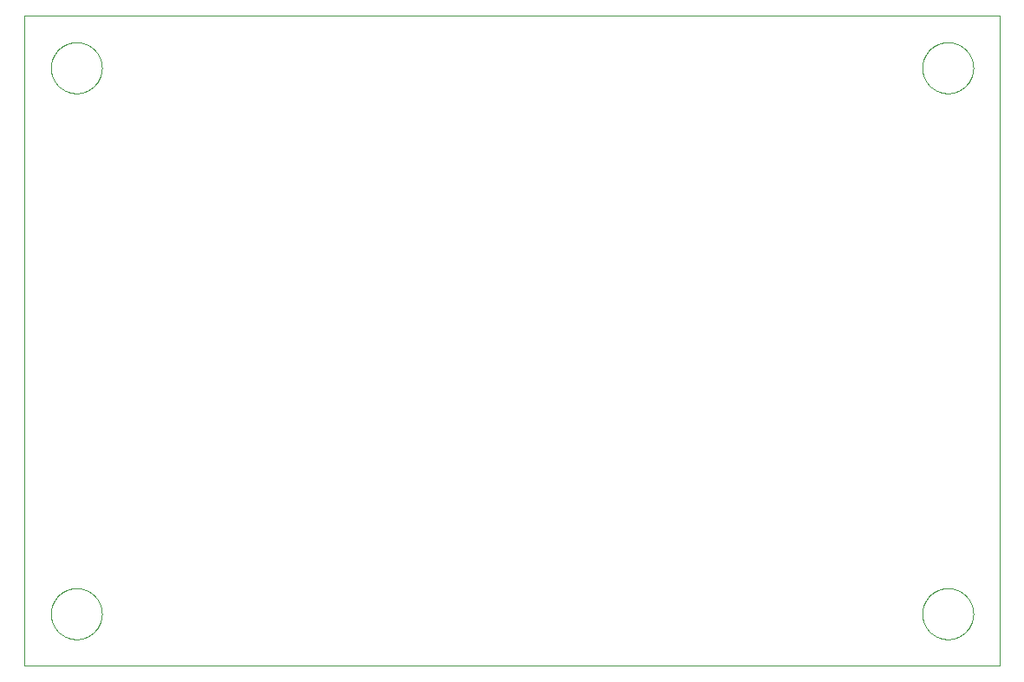
<source format=gbp>
G75*
%MOIN*%
%OFA0B0*%
%FSLAX25Y25*%
%IPPOS*%
%LPD*%
%AMOC8*
5,1,8,0,0,1.08239X$1,22.5*
%
%ADD10C,0.00000*%
D10*
X0011528Y0028933D02*
X0011528Y0278933D01*
X0386528Y0278933D01*
X0386528Y0028933D01*
X0011528Y0028933D01*
X0021728Y0048933D02*
X0021731Y0049174D01*
X0021740Y0049414D01*
X0021755Y0049654D01*
X0021775Y0049894D01*
X0021802Y0050133D01*
X0021834Y0050371D01*
X0021872Y0050608D01*
X0021916Y0050845D01*
X0021966Y0051080D01*
X0022022Y0051314D01*
X0022083Y0051547D01*
X0022150Y0051778D01*
X0022223Y0052007D01*
X0022301Y0052235D01*
X0022385Y0052460D01*
X0022474Y0052683D01*
X0022569Y0052904D01*
X0022669Y0053123D01*
X0022774Y0053339D01*
X0022885Y0053553D01*
X0023001Y0053763D01*
X0023122Y0053971D01*
X0023248Y0054176D01*
X0023380Y0054378D01*
X0023516Y0054576D01*
X0023657Y0054771D01*
X0023802Y0054962D01*
X0023952Y0055150D01*
X0024107Y0055334D01*
X0024267Y0055514D01*
X0024430Y0055690D01*
X0024598Y0055863D01*
X0024771Y0056031D01*
X0024947Y0056194D01*
X0025127Y0056354D01*
X0025311Y0056509D01*
X0025499Y0056659D01*
X0025690Y0056804D01*
X0025885Y0056945D01*
X0026083Y0057081D01*
X0026285Y0057213D01*
X0026490Y0057339D01*
X0026698Y0057460D01*
X0026908Y0057576D01*
X0027122Y0057687D01*
X0027338Y0057792D01*
X0027557Y0057892D01*
X0027778Y0057987D01*
X0028001Y0058076D01*
X0028226Y0058160D01*
X0028454Y0058238D01*
X0028683Y0058311D01*
X0028914Y0058378D01*
X0029147Y0058439D01*
X0029381Y0058495D01*
X0029616Y0058545D01*
X0029853Y0058589D01*
X0030090Y0058627D01*
X0030328Y0058659D01*
X0030567Y0058686D01*
X0030807Y0058706D01*
X0031047Y0058721D01*
X0031287Y0058730D01*
X0031528Y0058733D01*
X0031769Y0058730D01*
X0032009Y0058721D01*
X0032249Y0058706D01*
X0032489Y0058686D01*
X0032728Y0058659D01*
X0032966Y0058627D01*
X0033203Y0058589D01*
X0033440Y0058545D01*
X0033675Y0058495D01*
X0033909Y0058439D01*
X0034142Y0058378D01*
X0034373Y0058311D01*
X0034602Y0058238D01*
X0034830Y0058160D01*
X0035055Y0058076D01*
X0035278Y0057987D01*
X0035499Y0057892D01*
X0035718Y0057792D01*
X0035934Y0057687D01*
X0036148Y0057576D01*
X0036358Y0057460D01*
X0036566Y0057339D01*
X0036771Y0057213D01*
X0036973Y0057081D01*
X0037171Y0056945D01*
X0037366Y0056804D01*
X0037557Y0056659D01*
X0037745Y0056509D01*
X0037929Y0056354D01*
X0038109Y0056194D01*
X0038285Y0056031D01*
X0038458Y0055863D01*
X0038626Y0055690D01*
X0038789Y0055514D01*
X0038949Y0055334D01*
X0039104Y0055150D01*
X0039254Y0054962D01*
X0039399Y0054771D01*
X0039540Y0054576D01*
X0039676Y0054378D01*
X0039808Y0054176D01*
X0039934Y0053971D01*
X0040055Y0053763D01*
X0040171Y0053553D01*
X0040282Y0053339D01*
X0040387Y0053123D01*
X0040487Y0052904D01*
X0040582Y0052683D01*
X0040671Y0052460D01*
X0040755Y0052235D01*
X0040833Y0052007D01*
X0040906Y0051778D01*
X0040973Y0051547D01*
X0041034Y0051314D01*
X0041090Y0051080D01*
X0041140Y0050845D01*
X0041184Y0050608D01*
X0041222Y0050371D01*
X0041254Y0050133D01*
X0041281Y0049894D01*
X0041301Y0049654D01*
X0041316Y0049414D01*
X0041325Y0049174D01*
X0041328Y0048933D01*
X0041325Y0048692D01*
X0041316Y0048452D01*
X0041301Y0048212D01*
X0041281Y0047972D01*
X0041254Y0047733D01*
X0041222Y0047495D01*
X0041184Y0047258D01*
X0041140Y0047021D01*
X0041090Y0046786D01*
X0041034Y0046552D01*
X0040973Y0046319D01*
X0040906Y0046088D01*
X0040833Y0045859D01*
X0040755Y0045631D01*
X0040671Y0045406D01*
X0040582Y0045183D01*
X0040487Y0044962D01*
X0040387Y0044743D01*
X0040282Y0044527D01*
X0040171Y0044313D01*
X0040055Y0044103D01*
X0039934Y0043895D01*
X0039808Y0043690D01*
X0039676Y0043488D01*
X0039540Y0043290D01*
X0039399Y0043095D01*
X0039254Y0042904D01*
X0039104Y0042716D01*
X0038949Y0042532D01*
X0038789Y0042352D01*
X0038626Y0042176D01*
X0038458Y0042003D01*
X0038285Y0041835D01*
X0038109Y0041672D01*
X0037929Y0041512D01*
X0037745Y0041357D01*
X0037557Y0041207D01*
X0037366Y0041062D01*
X0037171Y0040921D01*
X0036973Y0040785D01*
X0036771Y0040653D01*
X0036566Y0040527D01*
X0036358Y0040406D01*
X0036148Y0040290D01*
X0035934Y0040179D01*
X0035718Y0040074D01*
X0035499Y0039974D01*
X0035278Y0039879D01*
X0035055Y0039790D01*
X0034830Y0039706D01*
X0034602Y0039628D01*
X0034373Y0039555D01*
X0034142Y0039488D01*
X0033909Y0039427D01*
X0033675Y0039371D01*
X0033440Y0039321D01*
X0033203Y0039277D01*
X0032966Y0039239D01*
X0032728Y0039207D01*
X0032489Y0039180D01*
X0032249Y0039160D01*
X0032009Y0039145D01*
X0031769Y0039136D01*
X0031528Y0039133D01*
X0031287Y0039136D01*
X0031047Y0039145D01*
X0030807Y0039160D01*
X0030567Y0039180D01*
X0030328Y0039207D01*
X0030090Y0039239D01*
X0029853Y0039277D01*
X0029616Y0039321D01*
X0029381Y0039371D01*
X0029147Y0039427D01*
X0028914Y0039488D01*
X0028683Y0039555D01*
X0028454Y0039628D01*
X0028226Y0039706D01*
X0028001Y0039790D01*
X0027778Y0039879D01*
X0027557Y0039974D01*
X0027338Y0040074D01*
X0027122Y0040179D01*
X0026908Y0040290D01*
X0026698Y0040406D01*
X0026490Y0040527D01*
X0026285Y0040653D01*
X0026083Y0040785D01*
X0025885Y0040921D01*
X0025690Y0041062D01*
X0025499Y0041207D01*
X0025311Y0041357D01*
X0025127Y0041512D01*
X0024947Y0041672D01*
X0024771Y0041835D01*
X0024598Y0042003D01*
X0024430Y0042176D01*
X0024267Y0042352D01*
X0024107Y0042532D01*
X0023952Y0042716D01*
X0023802Y0042904D01*
X0023657Y0043095D01*
X0023516Y0043290D01*
X0023380Y0043488D01*
X0023248Y0043690D01*
X0023122Y0043895D01*
X0023001Y0044103D01*
X0022885Y0044313D01*
X0022774Y0044527D01*
X0022669Y0044743D01*
X0022569Y0044962D01*
X0022474Y0045183D01*
X0022385Y0045406D01*
X0022301Y0045631D01*
X0022223Y0045859D01*
X0022150Y0046088D01*
X0022083Y0046319D01*
X0022022Y0046552D01*
X0021966Y0046786D01*
X0021916Y0047021D01*
X0021872Y0047258D01*
X0021834Y0047495D01*
X0021802Y0047733D01*
X0021775Y0047972D01*
X0021755Y0048212D01*
X0021740Y0048452D01*
X0021731Y0048692D01*
X0021728Y0048933D01*
X0021728Y0258933D02*
X0021731Y0259174D01*
X0021740Y0259414D01*
X0021755Y0259654D01*
X0021775Y0259894D01*
X0021802Y0260133D01*
X0021834Y0260371D01*
X0021872Y0260608D01*
X0021916Y0260845D01*
X0021966Y0261080D01*
X0022022Y0261314D01*
X0022083Y0261547D01*
X0022150Y0261778D01*
X0022223Y0262007D01*
X0022301Y0262235D01*
X0022385Y0262460D01*
X0022474Y0262683D01*
X0022569Y0262904D01*
X0022669Y0263123D01*
X0022774Y0263339D01*
X0022885Y0263553D01*
X0023001Y0263763D01*
X0023122Y0263971D01*
X0023248Y0264176D01*
X0023380Y0264378D01*
X0023516Y0264576D01*
X0023657Y0264771D01*
X0023802Y0264962D01*
X0023952Y0265150D01*
X0024107Y0265334D01*
X0024267Y0265514D01*
X0024430Y0265690D01*
X0024598Y0265863D01*
X0024771Y0266031D01*
X0024947Y0266194D01*
X0025127Y0266354D01*
X0025311Y0266509D01*
X0025499Y0266659D01*
X0025690Y0266804D01*
X0025885Y0266945D01*
X0026083Y0267081D01*
X0026285Y0267213D01*
X0026490Y0267339D01*
X0026698Y0267460D01*
X0026908Y0267576D01*
X0027122Y0267687D01*
X0027338Y0267792D01*
X0027557Y0267892D01*
X0027778Y0267987D01*
X0028001Y0268076D01*
X0028226Y0268160D01*
X0028454Y0268238D01*
X0028683Y0268311D01*
X0028914Y0268378D01*
X0029147Y0268439D01*
X0029381Y0268495D01*
X0029616Y0268545D01*
X0029853Y0268589D01*
X0030090Y0268627D01*
X0030328Y0268659D01*
X0030567Y0268686D01*
X0030807Y0268706D01*
X0031047Y0268721D01*
X0031287Y0268730D01*
X0031528Y0268733D01*
X0031769Y0268730D01*
X0032009Y0268721D01*
X0032249Y0268706D01*
X0032489Y0268686D01*
X0032728Y0268659D01*
X0032966Y0268627D01*
X0033203Y0268589D01*
X0033440Y0268545D01*
X0033675Y0268495D01*
X0033909Y0268439D01*
X0034142Y0268378D01*
X0034373Y0268311D01*
X0034602Y0268238D01*
X0034830Y0268160D01*
X0035055Y0268076D01*
X0035278Y0267987D01*
X0035499Y0267892D01*
X0035718Y0267792D01*
X0035934Y0267687D01*
X0036148Y0267576D01*
X0036358Y0267460D01*
X0036566Y0267339D01*
X0036771Y0267213D01*
X0036973Y0267081D01*
X0037171Y0266945D01*
X0037366Y0266804D01*
X0037557Y0266659D01*
X0037745Y0266509D01*
X0037929Y0266354D01*
X0038109Y0266194D01*
X0038285Y0266031D01*
X0038458Y0265863D01*
X0038626Y0265690D01*
X0038789Y0265514D01*
X0038949Y0265334D01*
X0039104Y0265150D01*
X0039254Y0264962D01*
X0039399Y0264771D01*
X0039540Y0264576D01*
X0039676Y0264378D01*
X0039808Y0264176D01*
X0039934Y0263971D01*
X0040055Y0263763D01*
X0040171Y0263553D01*
X0040282Y0263339D01*
X0040387Y0263123D01*
X0040487Y0262904D01*
X0040582Y0262683D01*
X0040671Y0262460D01*
X0040755Y0262235D01*
X0040833Y0262007D01*
X0040906Y0261778D01*
X0040973Y0261547D01*
X0041034Y0261314D01*
X0041090Y0261080D01*
X0041140Y0260845D01*
X0041184Y0260608D01*
X0041222Y0260371D01*
X0041254Y0260133D01*
X0041281Y0259894D01*
X0041301Y0259654D01*
X0041316Y0259414D01*
X0041325Y0259174D01*
X0041328Y0258933D01*
X0041325Y0258692D01*
X0041316Y0258452D01*
X0041301Y0258212D01*
X0041281Y0257972D01*
X0041254Y0257733D01*
X0041222Y0257495D01*
X0041184Y0257258D01*
X0041140Y0257021D01*
X0041090Y0256786D01*
X0041034Y0256552D01*
X0040973Y0256319D01*
X0040906Y0256088D01*
X0040833Y0255859D01*
X0040755Y0255631D01*
X0040671Y0255406D01*
X0040582Y0255183D01*
X0040487Y0254962D01*
X0040387Y0254743D01*
X0040282Y0254527D01*
X0040171Y0254313D01*
X0040055Y0254103D01*
X0039934Y0253895D01*
X0039808Y0253690D01*
X0039676Y0253488D01*
X0039540Y0253290D01*
X0039399Y0253095D01*
X0039254Y0252904D01*
X0039104Y0252716D01*
X0038949Y0252532D01*
X0038789Y0252352D01*
X0038626Y0252176D01*
X0038458Y0252003D01*
X0038285Y0251835D01*
X0038109Y0251672D01*
X0037929Y0251512D01*
X0037745Y0251357D01*
X0037557Y0251207D01*
X0037366Y0251062D01*
X0037171Y0250921D01*
X0036973Y0250785D01*
X0036771Y0250653D01*
X0036566Y0250527D01*
X0036358Y0250406D01*
X0036148Y0250290D01*
X0035934Y0250179D01*
X0035718Y0250074D01*
X0035499Y0249974D01*
X0035278Y0249879D01*
X0035055Y0249790D01*
X0034830Y0249706D01*
X0034602Y0249628D01*
X0034373Y0249555D01*
X0034142Y0249488D01*
X0033909Y0249427D01*
X0033675Y0249371D01*
X0033440Y0249321D01*
X0033203Y0249277D01*
X0032966Y0249239D01*
X0032728Y0249207D01*
X0032489Y0249180D01*
X0032249Y0249160D01*
X0032009Y0249145D01*
X0031769Y0249136D01*
X0031528Y0249133D01*
X0031287Y0249136D01*
X0031047Y0249145D01*
X0030807Y0249160D01*
X0030567Y0249180D01*
X0030328Y0249207D01*
X0030090Y0249239D01*
X0029853Y0249277D01*
X0029616Y0249321D01*
X0029381Y0249371D01*
X0029147Y0249427D01*
X0028914Y0249488D01*
X0028683Y0249555D01*
X0028454Y0249628D01*
X0028226Y0249706D01*
X0028001Y0249790D01*
X0027778Y0249879D01*
X0027557Y0249974D01*
X0027338Y0250074D01*
X0027122Y0250179D01*
X0026908Y0250290D01*
X0026698Y0250406D01*
X0026490Y0250527D01*
X0026285Y0250653D01*
X0026083Y0250785D01*
X0025885Y0250921D01*
X0025690Y0251062D01*
X0025499Y0251207D01*
X0025311Y0251357D01*
X0025127Y0251512D01*
X0024947Y0251672D01*
X0024771Y0251835D01*
X0024598Y0252003D01*
X0024430Y0252176D01*
X0024267Y0252352D01*
X0024107Y0252532D01*
X0023952Y0252716D01*
X0023802Y0252904D01*
X0023657Y0253095D01*
X0023516Y0253290D01*
X0023380Y0253488D01*
X0023248Y0253690D01*
X0023122Y0253895D01*
X0023001Y0254103D01*
X0022885Y0254313D01*
X0022774Y0254527D01*
X0022669Y0254743D01*
X0022569Y0254962D01*
X0022474Y0255183D01*
X0022385Y0255406D01*
X0022301Y0255631D01*
X0022223Y0255859D01*
X0022150Y0256088D01*
X0022083Y0256319D01*
X0022022Y0256552D01*
X0021966Y0256786D01*
X0021916Y0257021D01*
X0021872Y0257258D01*
X0021834Y0257495D01*
X0021802Y0257733D01*
X0021775Y0257972D01*
X0021755Y0258212D01*
X0021740Y0258452D01*
X0021731Y0258692D01*
X0021728Y0258933D01*
X0356728Y0258933D02*
X0356731Y0259174D01*
X0356740Y0259414D01*
X0356755Y0259654D01*
X0356775Y0259894D01*
X0356802Y0260133D01*
X0356834Y0260371D01*
X0356872Y0260608D01*
X0356916Y0260845D01*
X0356966Y0261080D01*
X0357022Y0261314D01*
X0357083Y0261547D01*
X0357150Y0261778D01*
X0357223Y0262007D01*
X0357301Y0262235D01*
X0357385Y0262460D01*
X0357474Y0262683D01*
X0357569Y0262904D01*
X0357669Y0263123D01*
X0357774Y0263339D01*
X0357885Y0263553D01*
X0358001Y0263763D01*
X0358122Y0263971D01*
X0358248Y0264176D01*
X0358380Y0264378D01*
X0358516Y0264576D01*
X0358657Y0264771D01*
X0358802Y0264962D01*
X0358952Y0265150D01*
X0359107Y0265334D01*
X0359267Y0265514D01*
X0359430Y0265690D01*
X0359598Y0265863D01*
X0359771Y0266031D01*
X0359947Y0266194D01*
X0360127Y0266354D01*
X0360311Y0266509D01*
X0360499Y0266659D01*
X0360690Y0266804D01*
X0360885Y0266945D01*
X0361083Y0267081D01*
X0361285Y0267213D01*
X0361490Y0267339D01*
X0361698Y0267460D01*
X0361908Y0267576D01*
X0362122Y0267687D01*
X0362338Y0267792D01*
X0362557Y0267892D01*
X0362778Y0267987D01*
X0363001Y0268076D01*
X0363226Y0268160D01*
X0363454Y0268238D01*
X0363683Y0268311D01*
X0363914Y0268378D01*
X0364147Y0268439D01*
X0364381Y0268495D01*
X0364616Y0268545D01*
X0364853Y0268589D01*
X0365090Y0268627D01*
X0365328Y0268659D01*
X0365567Y0268686D01*
X0365807Y0268706D01*
X0366047Y0268721D01*
X0366287Y0268730D01*
X0366528Y0268733D01*
X0366769Y0268730D01*
X0367009Y0268721D01*
X0367249Y0268706D01*
X0367489Y0268686D01*
X0367728Y0268659D01*
X0367966Y0268627D01*
X0368203Y0268589D01*
X0368440Y0268545D01*
X0368675Y0268495D01*
X0368909Y0268439D01*
X0369142Y0268378D01*
X0369373Y0268311D01*
X0369602Y0268238D01*
X0369830Y0268160D01*
X0370055Y0268076D01*
X0370278Y0267987D01*
X0370499Y0267892D01*
X0370718Y0267792D01*
X0370934Y0267687D01*
X0371148Y0267576D01*
X0371358Y0267460D01*
X0371566Y0267339D01*
X0371771Y0267213D01*
X0371973Y0267081D01*
X0372171Y0266945D01*
X0372366Y0266804D01*
X0372557Y0266659D01*
X0372745Y0266509D01*
X0372929Y0266354D01*
X0373109Y0266194D01*
X0373285Y0266031D01*
X0373458Y0265863D01*
X0373626Y0265690D01*
X0373789Y0265514D01*
X0373949Y0265334D01*
X0374104Y0265150D01*
X0374254Y0264962D01*
X0374399Y0264771D01*
X0374540Y0264576D01*
X0374676Y0264378D01*
X0374808Y0264176D01*
X0374934Y0263971D01*
X0375055Y0263763D01*
X0375171Y0263553D01*
X0375282Y0263339D01*
X0375387Y0263123D01*
X0375487Y0262904D01*
X0375582Y0262683D01*
X0375671Y0262460D01*
X0375755Y0262235D01*
X0375833Y0262007D01*
X0375906Y0261778D01*
X0375973Y0261547D01*
X0376034Y0261314D01*
X0376090Y0261080D01*
X0376140Y0260845D01*
X0376184Y0260608D01*
X0376222Y0260371D01*
X0376254Y0260133D01*
X0376281Y0259894D01*
X0376301Y0259654D01*
X0376316Y0259414D01*
X0376325Y0259174D01*
X0376328Y0258933D01*
X0376325Y0258692D01*
X0376316Y0258452D01*
X0376301Y0258212D01*
X0376281Y0257972D01*
X0376254Y0257733D01*
X0376222Y0257495D01*
X0376184Y0257258D01*
X0376140Y0257021D01*
X0376090Y0256786D01*
X0376034Y0256552D01*
X0375973Y0256319D01*
X0375906Y0256088D01*
X0375833Y0255859D01*
X0375755Y0255631D01*
X0375671Y0255406D01*
X0375582Y0255183D01*
X0375487Y0254962D01*
X0375387Y0254743D01*
X0375282Y0254527D01*
X0375171Y0254313D01*
X0375055Y0254103D01*
X0374934Y0253895D01*
X0374808Y0253690D01*
X0374676Y0253488D01*
X0374540Y0253290D01*
X0374399Y0253095D01*
X0374254Y0252904D01*
X0374104Y0252716D01*
X0373949Y0252532D01*
X0373789Y0252352D01*
X0373626Y0252176D01*
X0373458Y0252003D01*
X0373285Y0251835D01*
X0373109Y0251672D01*
X0372929Y0251512D01*
X0372745Y0251357D01*
X0372557Y0251207D01*
X0372366Y0251062D01*
X0372171Y0250921D01*
X0371973Y0250785D01*
X0371771Y0250653D01*
X0371566Y0250527D01*
X0371358Y0250406D01*
X0371148Y0250290D01*
X0370934Y0250179D01*
X0370718Y0250074D01*
X0370499Y0249974D01*
X0370278Y0249879D01*
X0370055Y0249790D01*
X0369830Y0249706D01*
X0369602Y0249628D01*
X0369373Y0249555D01*
X0369142Y0249488D01*
X0368909Y0249427D01*
X0368675Y0249371D01*
X0368440Y0249321D01*
X0368203Y0249277D01*
X0367966Y0249239D01*
X0367728Y0249207D01*
X0367489Y0249180D01*
X0367249Y0249160D01*
X0367009Y0249145D01*
X0366769Y0249136D01*
X0366528Y0249133D01*
X0366287Y0249136D01*
X0366047Y0249145D01*
X0365807Y0249160D01*
X0365567Y0249180D01*
X0365328Y0249207D01*
X0365090Y0249239D01*
X0364853Y0249277D01*
X0364616Y0249321D01*
X0364381Y0249371D01*
X0364147Y0249427D01*
X0363914Y0249488D01*
X0363683Y0249555D01*
X0363454Y0249628D01*
X0363226Y0249706D01*
X0363001Y0249790D01*
X0362778Y0249879D01*
X0362557Y0249974D01*
X0362338Y0250074D01*
X0362122Y0250179D01*
X0361908Y0250290D01*
X0361698Y0250406D01*
X0361490Y0250527D01*
X0361285Y0250653D01*
X0361083Y0250785D01*
X0360885Y0250921D01*
X0360690Y0251062D01*
X0360499Y0251207D01*
X0360311Y0251357D01*
X0360127Y0251512D01*
X0359947Y0251672D01*
X0359771Y0251835D01*
X0359598Y0252003D01*
X0359430Y0252176D01*
X0359267Y0252352D01*
X0359107Y0252532D01*
X0358952Y0252716D01*
X0358802Y0252904D01*
X0358657Y0253095D01*
X0358516Y0253290D01*
X0358380Y0253488D01*
X0358248Y0253690D01*
X0358122Y0253895D01*
X0358001Y0254103D01*
X0357885Y0254313D01*
X0357774Y0254527D01*
X0357669Y0254743D01*
X0357569Y0254962D01*
X0357474Y0255183D01*
X0357385Y0255406D01*
X0357301Y0255631D01*
X0357223Y0255859D01*
X0357150Y0256088D01*
X0357083Y0256319D01*
X0357022Y0256552D01*
X0356966Y0256786D01*
X0356916Y0257021D01*
X0356872Y0257258D01*
X0356834Y0257495D01*
X0356802Y0257733D01*
X0356775Y0257972D01*
X0356755Y0258212D01*
X0356740Y0258452D01*
X0356731Y0258692D01*
X0356728Y0258933D01*
X0356728Y0048933D02*
X0356731Y0049174D01*
X0356740Y0049414D01*
X0356755Y0049654D01*
X0356775Y0049894D01*
X0356802Y0050133D01*
X0356834Y0050371D01*
X0356872Y0050608D01*
X0356916Y0050845D01*
X0356966Y0051080D01*
X0357022Y0051314D01*
X0357083Y0051547D01*
X0357150Y0051778D01*
X0357223Y0052007D01*
X0357301Y0052235D01*
X0357385Y0052460D01*
X0357474Y0052683D01*
X0357569Y0052904D01*
X0357669Y0053123D01*
X0357774Y0053339D01*
X0357885Y0053553D01*
X0358001Y0053763D01*
X0358122Y0053971D01*
X0358248Y0054176D01*
X0358380Y0054378D01*
X0358516Y0054576D01*
X0358657Y0054771D01*
X0358802Y0054962D01*
X0358952Y0055150D01*
X0359107Y0055334D01*
X0359267Y0055514D01*
X0359430Y0055690D01*
X0359598Y0055863D01*
X0359771Y0056031D01*
X0359947Y0056194D01*
X0360127Y0056354D01*
X0360311Y0056509D01*
X0360499Y0056659D01*
X0360690Y0056804D01*
X0360885Y0056945D01*
X0361083Y0057081D01*
X0361285Y0057213D01*
X0361490Y0057339D01*
X0361698Y0057460D01*
X0361908Y0057576D01*
X0362122Y0057687D01*
X0362338Y0057792D01*
X0362557Y0057892D01*
X0362778Y0057987D01*
X0363001Y0058076D01*
X0363226Y0058160D01*
X0363454Y0058238D01*
X0363683Y0058311D01*
X0363914Y0058378D01*
X0364147Y0058439D01*
X0364381Y0058495D01*
X0364616Y0058545D01*
X0364853Y0058589D01*
X0365090Y0058627D01*
X0365328Y0058659D01*
X0365567Y0058686D01*
X0365807Y0058706D01*
X0366047Y0058721D01*
X0366287Y0058730D01*
X0366528Y0058733D01*
X0366769Y0058730D01*
X0367009Y0058721D01*
X0367249Y0058706D01*
X0367489Y0058686D01*
X0367728Y0058659D01*
X0367966Y0058627D01*
X0368203Y0058589D01*
X0368440Y0058545D01*
X0368675Y0058495D01*
X0368909Y0058439D01*
X0369142Y0058378D01*
X0369373Y0058311D01*
X0369602Y0058238D01*
X0369830Y0058160D01*
X0370055Y0058076D01*
X0370278Y0057987D01*
X0370499Y0057892D01*
X0370718Y0057792D01*
X0370934Y0057687D01*
X0371148Y0057576D01*
X0371358Y0057460D01*
X0371566Y0057339D01*
X0371771Y0057213D01*
X0371973Y0057081D01*
X0372171Y0056945D01*
X0372366Y0056804D01*
X0372557Y0056659D01*
X0372745Y0056509D01*
X0372929Y0056354D01*
X0373109Y0056194D01*
X0373285Y0056031D01*
X0373458Y0055863D01*
X0373626Y0055690D01*
X0373789Y0055514D01*
X0373949Y0055334D01*
X0374104Y0055150D01*
X0374254Y0054962D01*
X0374399Y0054771D01*
X0374540Y0054576D01*
X0374676Y0054378D01*
X0374808Y0054176D01*
X0374934Y0053971D01*
X0375055Y0053763D01*
X0375171Y0053553D01*
X0375282Y0053339D01*
X0375387Y0053123D01*
X0375487Y0052904D01*
X0375582Y0052683D01*
X0375671Y0052460D01*
X0375755Y0052235D01*
X0375833Y0052007D01*
X0375906Y0051778D01*
X0375973Y0051547D01*
X0376034Y0051314D01*
X0376090Y0051080D01*
X0376140Y0050845D01*
X0376184Y0050608D01*
X0376222Y0050371D01*
X0376254Y0050133D01*
X0376281Y0049894D01*
X0376301Y0049654D01*
X0376316Y0049414D01*
X0376325Y0049174D01*
X0376328Y0048933D01*
X0376325Y0048692D01*
X0376316Y0048452D01*
X0376301Y0048212D01*
X0376281Y0047972D01*
X0376254Y0047733D01*
X0376222Y0047495D01*
X0376184Y0047258D01*
X0376140Y0047021D01*
X0376090Y0046786D01*
X0376034Y0046552D01*
X0375973Y0046319D01*
X0375906Y0046088D01*
X0375833Y0045859D01*
X0375755Y0045631D01*
X0375671Y0045406D01*
X0375582Y0045183D01*
X0375487Y0044962D01*
X0375387Y0044743D01*
X0375282Y0044527D01*
X0375171Y0044313D01*
X0375055Y0044103D01*
X0374934Y0043895D01*
X0374808Y0043690D01*
X0374676Y0043488D01*
X0374540Y0043290D01*
X0374399Y0043095D01*
X0374254Y0042904D01*
X0374104Y0042716D01*
X0373949Y0042532D01*
X0373789Y0042352D01*
X0373626Y0042176D01*
X0373458Y0042003D01*
X0373285Y0041835D01*
X0373109Y0041672D01*
X0372929Y0041512D01*
X0372745Y0041357D01*
X0372557Y0041207D01*
X0372366Y0041062D01*
X0372171Y0040921D01*
X0371973Y0040785D01*
X0371771Y0040653D01*
X0371566Y0040527D01*
X0371358Y0040406D01*
X0371148Y0040290D01*
X0370934Y0040179D01*
X0370718Y0040074D01*
X0370499Y0039974D01*
X0370278Y0039879D01*
X0370055Y0039790D01*
X0369830Y0039706D01*
X0369602Y0039628D01*
X0369373Y0039555D01*
X0369142Y0039488D01*
X0368909Y0039427D01*
X0368675Y0039371D01*
X0368440Y0039321D01*
X0368203Y0039277D01*
X0367966Y0039239D01*
X0367728Y0039207D01*
X0367489Y0039180D01*
X0367249Y0039160D01*
X0367009Y0039145D01*
X0366769Y0039136D01*
X0366528Y0039133D01*
X0366287Y0039136D01*
X0366047Y0039145D01*
X0365807Y0039160D01*
X0365567Y0039180D01*
X0365328Y0039207D01*
X0365090Y0039239D01*
X0364853Y0039277D01*
X0364616Y0039321D01*
X0364381Y0039371D01*
X0364147Y0039427D01*
X0363914Y0039488D01*
X0363683Y0039555D01*
X0363454Y0039628D01*
X0363226Y0039706D01*
X0363001Y0039790D01*
X0362778Y0039879D01*
X0362557Y0039974D01*
X0362338Y0040074D01*
X0362122Y0040179D01*
X0361908Y0040290D01*
X0361698Y0040406D01*
X0361490Y0040527D01*
X0361285Y0040653D01*
X0361083Y0040785D01*
X0360885Y0040921D01*
X0360690Y0041062D01*
X0360499Y0041207D01*
X0360311Y0041357D01*
X0360127Y0041512D01*
X0359947Y0041672D01*
X0359771Y0041835D01*
X0359598Y0042003D01*
X0359430Y0042176D01*
X0359267Y0042352D01*
X0359107Y0042532D01*
X0358952Y0042716D01*
X0358802Y0042904D01*
X0358657Y0043095D01*
X0358516Y0043290D01*
X0358380Y0043488D01*
X0358248Y0043690D01*
X0358122Y0043895D01*
X0358001Y0044103D01*
X0357885Y0044313D01*
X0357774Y0044527D01*
X0357669Y0044743D01*
X0357569Y0044962D01*
X0357474Y0045183D01*
X0357385Y0045406D01*
X0357301Y0045631D01*
X0357223Y0045859D01*
X0357150Y0046088D01*
X0357083Y0046319D01*
X0357022Y0046552D01*
X0356966Y0046786D01*
X0356916Y0047021D01*
X0356872Y0047258D01*
X0356834Y0047495D01*
X0356802Y0047733D01*
X0356775Y0047972D01*
X0356755Y0048212D01*
X0356740Y0048452D01*
X0356731Y0048692D01*
X0356728Y0048933D01*
M02*

</source>
